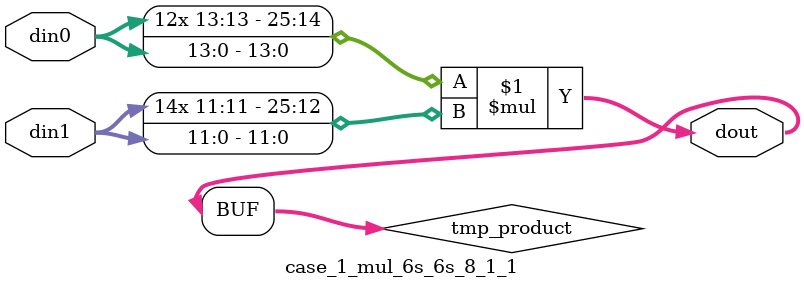
<source format=v>

`timescale 1 ns / 1 ps

 module case_1_mul_6s_6s_8_1_1(din0, din1, dout);
parameter ID = 1;
parameter NUM_STAGE = 0;
parameter din0_WIDTH = 14;
parameter din1_WIDTH = 12;
parameter dout_WIDTH = 26;

input [din0_WIDTH - 1 : 0] din0; 
input [din1_WIDTH - 1 : 0] din1; 
output [dout_WIDTH - 1 : 0] dout;

wire signed [dout_WIDTH - 1 : 0] tmp_product;



























assign tmp_product = $signed(din0) * $signed(din1);








assign dout = tmp_product;





















endmodule

</source>
